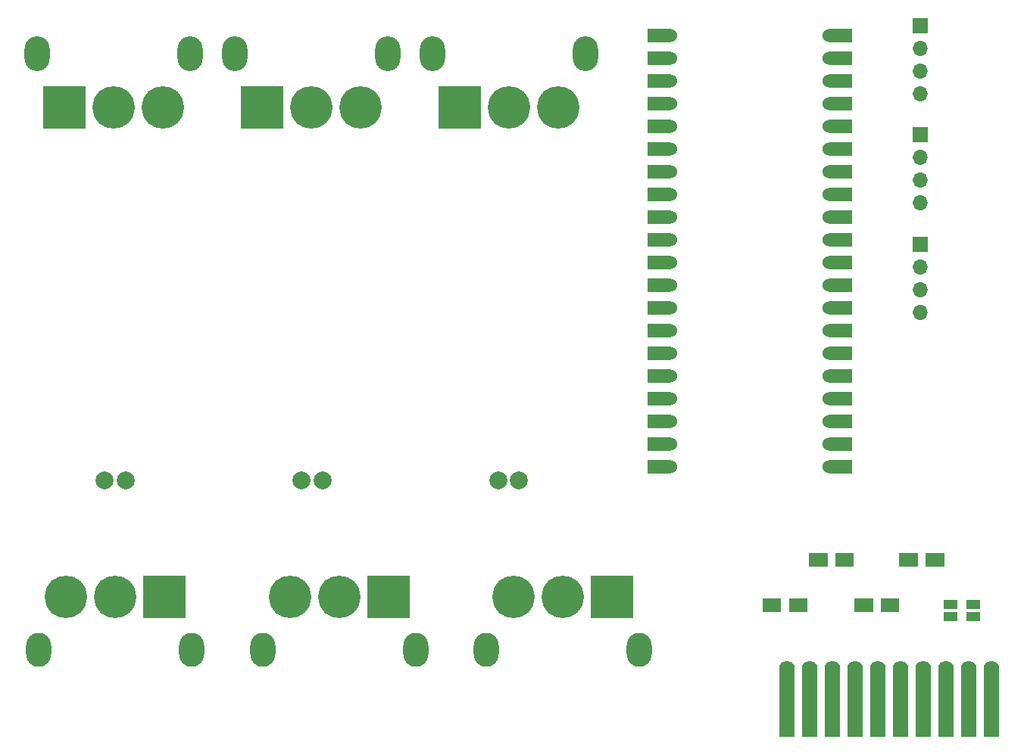
<source format=gbr>
%TF.GenerationSoftware,KiCad,Pcbnew,8.0.1*%
%TF.CreationDate,2024-04-06T11:37:36-04:00*%
%TF.ProjectId,template-card with ESCs,74656d70-6c61-4746-952d-636172642077,rev?*%
%TF.SameCoordinates,Original*%
%TF.FileFunction,Soldermask,Top*%
%TF.FilePolarity,Negative*%
%FSLAX46Y46*%
G04 Gerber Fmt 4.6, Leading zero omitted, Abs format (unit mm)*
G04 Created by KiCad (PCBNEW 8.0.1) date 2024-04-06 11:37:36*
%MOMM*%
%LPD*%
G01*
G04 APERTURE LIST*
G04 Aperture macros list*
%AMFreePoly0*
4,1,6,1.000000,0.000000,0.500000,-0.750000,-0.500000,-0.750000,-0.500000,0.750000,0.500000,0.750000,1.000000,0.000000,1.000000,0.000000,$1*%
G04 Aperture macros list end*
%ADD10R,1.500000X1.000000*%
%ADD11O,2.800000X3.900000*%
%ADD12C,4.750000*%
%ADD13R,4.750000X4.750000*%
%ADD14R,1.500000X1.500000*%
%ADD15FreePoly0,0.000000*%
%ADD16FreePoly0,180.000000*%
%ADD17R,1.700000X1.700000*%
%ADD18O,1.700000X1.700000*%
%ADD19R,2.540000X1.524000*%
%ADD20C,1.524000*%
%ADD21O,2.800000X3.800000*%
%ADD22C,1.780000*%
%ADD23R,1.780000X7.700000*%
%ADD24C,2.000000*%
G04 APERTURE END LIST*
D10*
%TO.C,JP2*%
X193040000Y-93980000D03*
X193040000Y-92680000D03*
%TD*%
D11*
%TO.C,J7*%
X105451000Y-30988000D03*
X88351000Y-30988000D03*
D12*
X102401000Y-36988000D03*
X96901000Y-36988000D03*
D13*
X91401000Y-36988000D03*
%TD*%
D14*
%TO.C,JP5*%
X170790000Y-92710000D03*
X173190000Y-92710000D03*
D15*
X169990000Y-92710000D03*
D16*
X173990000Y-92710000D03*
%TD*%
D17*
%TO.C,J3*%
X187085000Y-27855000D03*
D18*
X187085000Y-30395000D03*
X187085000Y-32935000D03*
X187085000Y-35475000D03*
%TD*%
D19*
%TO.C,U7*%
X157905000Y-28956000D03*
D20*
X159175000Y-28956000D03*
D19*
X157905000Y-31496000D03*
D20*
X159175000Y-31496000D03*
D19*
X157905000Y-34036000D03*
D20*
X159175000Y-34036000D03*
D19*
X157905000Y-36576000D03*
D20*
X159175000Y-36576000D03*
D19*
X157905000Y-39116000D03*
D20*
X159175000Y-39116000D03*
D19*
X157905000Y-41656000D03*
D20*
X159175000Y-41656000D03*
D19*
X157905000Y-44196000D03*
D20*
X159175000Y-44196000D03*
D19*
X157905000Y-46736000D03*
D20*
X159175000Y-46736000D03*
D19*
X157905000Y-49276000D03*
D20*
X159175000Y-49276000D03*
D19*
X157905000Y-51816000D03*
D20*
X159175000Y-51816000D03*
D19*
X157905000Y-54356000D03*
D20*
X159175000Y-54356000D03*
D19*
X157905000Y-56896000D03*
D20*
X159175000Y-56896000D03*
D19*
X157905000Y-59436000D03*
D20*
X159175000Y-59436000D03*
D19*
X157905000Y-61976000D03*
D20*
X159175000Y-61976000D03*
D19*
X157905000Y-64516000D03*
D20*
X159175000Y-64516000D03*
D19*
X157905000Y-67056000D03*
D20*
X159175000Y-67056000D03*
D19*
X157905000Y-69596000D03*
D20*
X159175000Y-69596000D03*
D19*
X157905000Y-72136000D03*
D20*
X159175000Y-72136000D03*
D19*
X157905000Y-74676000D03*
D20*
X159175000Y-74676000D03*
D19*
X157905000Y-77216000D03*
D20*
X159175000Y-77216000D03*
X176955000Y-77216000D03*
D19*
X178225000Y-77216000D03*
D20*
X176955000Y-74676000D03*
D19*
X178225000Y-74676000D03*
D20*
X176955000Y-72136000D03*
D19*
X178225000Y-72136000D03*
D20*
X176955000Y-69596000D03*
D19*
X178225000Y-69596000D03*
D20*
X176955000Y-67056000D03*
D19*
X178225000Y-67056000D03*
D20*
X176955000Y-64516000D03*
D19*
X178225000Y-64516000D03*
D20*
X176955000Y-61976000D03*
D19*
X178225000Y-61976000D03*
D20*
X176955000Y-59436000D03*
D19*
X178225000Y-59436000D03*
D20*
X176955000Y-56896000D03*
D19*
X178225000Y-56896000D03*
D20*
X176955000Y-54356000D03*
D19*
X178225000Y-54356000D03*
D20*
X176955000Y-51816000D03*
D19*
X178225000Y-51816000D03*
D20*
X176955000Y-49276000D03*
D19*
X178225000Y-49276000D03*
D20*
X176955000Y-46736000D03*
D19*
X178225000Y-46736000D03*
D20*
X176955000Y-44196000D03*
D19*
X178225000Y-44196000D03*
D20*
X176955000Y-41656000D03*
D19*
X178225000Y-41656000D03*
D20*
X176955000Y-39116000D03*
D19*
X178225000Y-39116000D03*
D20*
X176955000Y-36576000D03*
D19*
X178225000Y-36576000D03*
D20*
X176955000Y-34036000D03*
D19*
X178225000Y-34036000D03*
D20*
X176955000Y-31496000D03*
D19*
X178225000Y-31496000D03*
D20*
X176955000Y-28956000D03*
D19*
X178225000Y-28956000D03*
%TD*%
D14*
%TO.C,JP7*%
X181045000Y-92710000D03*
X183445000Y-92710000D03*
D15*
X180245000Y-92710000D03*
D16*
X184245000Y-92710000D03*
%TD*%
D14*
%TO.C,JP6*%
X175965000Y-87630000D03*
X178365000Y-87630000D03*
D15*
X175165000Y-87630000D03*
D16*
X179165000Y-87630000D03*
%TD*%
D12*
%TO.C,J2*%
X91630000Y-91760000D03*
X97130000Y-91760000D03*
D13*
X102630000Y-91760000D03*
D12*
X116630000Y-91760000D03*
X122130000Y-91760000D03*
D13*
X127630000Y-91760000D03*
D12*
X141600000Y-91760000D03*
X147100000Y-91760000D03*
D13*
X152600000Y-91760000D03*
D21*
X88580000Y-97760000D03*
X105680000Y-97760000D03*
X113580000Y-97760000D03*
X130680000Y-97760000D03*
X138550000Y-97760000D03*
X155650000Y-97760000D03*
%TD*%
D22*
%TO.C,J1*%
X172212000Y-99802000D03*
D23*
X172212000Y-103632000D03*
D22*
X174752000Y-99802000D03*
D23*
X174752000Y-103632000D03*
D22*
X177292000Y-99802000D03*
D23*
X177292000Y-103632000D03*
D22*
X179832000Y-99802000D03*
D23*
X179832000Y-103632000D03*
D22*
X182372000Y-99802000D03*
D23*
X182372000Y-103632000D03*
D22*
X184912000Y-99802000D03*
D23*
X184912000Y-103632000D03*
D22*
X187452000Y-99802000D03*
D23*
X187452000Y-103632000D03*
D22*
X189992000Y-99802000D03*
D23*
X189992000Y-103632000D03*
D22*
X192532000Y-99802000D03*
D23*
X192532000Y-103632000D03*
D22*
X195072000Y-99802000D03*
D23*
X195072000Y-103632000D03*
%TD*%
D10*
%TO.C,JP1*%
X190500000Y-93980000D03*
X190500000Y-92680000D03*
%TD*%
D14*
%TO.C,JP8*%
X186055000Y-87630000D03*
X188455000Y-87630000D03*
D15*
X185255000Y-87630000D03*
D16*
X189255000Y-87630000D03*
%TD*%
D17*
%TO.C,J5*%
X187085000Y-52355000D03*
D18*
X187085000Y-54895000D03*
X187085000Y-57435000D03*
X187085000Y-59975000D03*
%TD*%
D17*
%TO.C,J4*%
X187085000Y-40105000D03*
D18*
X187085000Y-42645000D03*
X187085000Y-45185000D03*
X187085000Y-47725000D03*
%TD*%
D11*
%TO.C,J6*%
X127549000Y-30988000D03*
X110449000Y-30988000D03*
D12*
X124499000Y-36988000D03*
X118999000Y-36988000D03*
D13*
X113499000Y-36988000D03*
%TD*%
D11*
%TO.C,J8*%
X149647000Y-30988000D03*
X132547000Y-30988000D03*
D12*
X146597000Y-36988000D03*
X141097000Y-36988000D03*
D13*
X135597000Y-36988000D03*
%TD*%
D24*
%TO.C,U4*%
X120263250Y-78746750D03*
X117933250Y-78746750D03*
%TD*%
%TO.C,U6*%
X142263250Y-78746750D03*
X139933250Y-78746750D03*
%TD*%
%TO.C,U2*%
X98263250Y-78746750D03*
X95933250Y-78746750D03*
%TD*%
M02*

</source>
